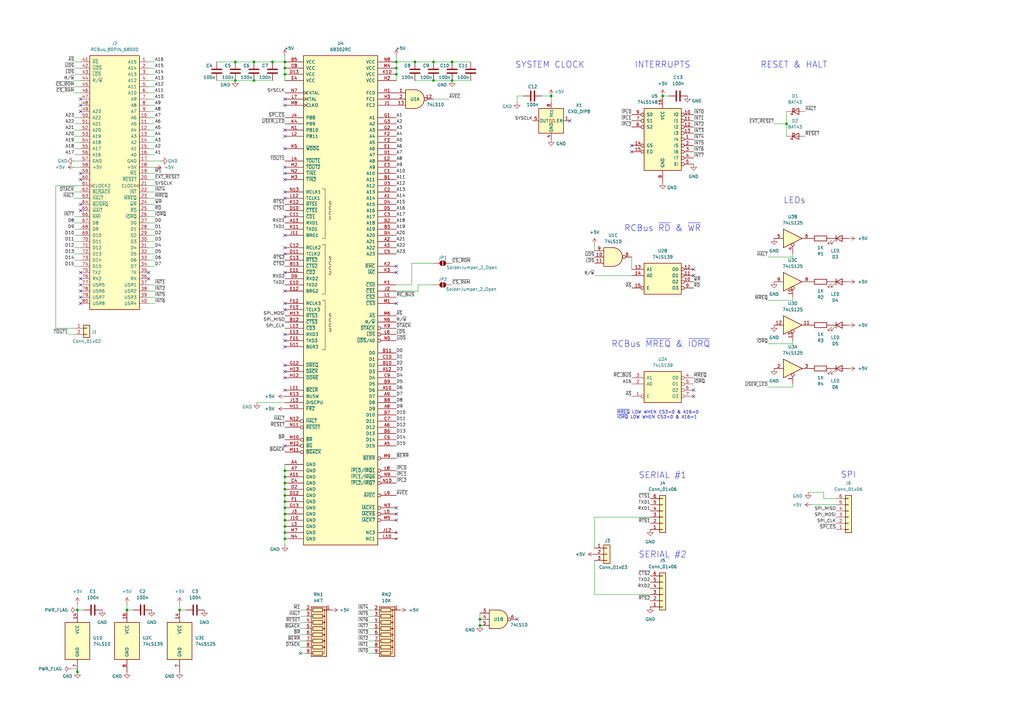
<source format=kicad_sch>
(kicad_sch (version 20250114) (generator "eeschema") (generator_version "9.0")
  (paper "A3")
  (title_block (title "RCBus (80-pin) MC68302 Processor Card") (date "2024-11-18") (rev "0.a"))
  (text "SYSTEM CLOCK" (at 225.552 26.67 0) (effects (font (size 2.54 2.54))))
  (text "SERIAL #2" (at 271.78 227.584 0) (effects (font (size 2.54 2.54))))
  (text "SPI" (at 347.98 194.818 0) (effects (font (size 2.54 2.54))))
  (text "SERIAL #1" (at 271.78 195.072 0) (effects (font (size 2.54 2.54))))
  (text "LEDs" (at 325.882 82.296 0) (effects (font (size 2.54 2.54))))
  (text "INTERRUPTS" (at 271.78 26.67 0) (effects (font (size 2.54 2.54))))
  (text "RCBus ~{MREQ} & ~{IORQ}" (at 271.018 141.224 0) (effects (font (size 2.54 2.54))))
  (text "~{MREQ} LOW WHEN CS3=0 & A16=0\n~{IORQ} LOW WHEN CS3=0 & A16=1" (at 252.984 170.18 0) (effects (font (size 1.27 1.27)) (justify left)))
  (text "RCBus ~{RD} & ~{WR}" (at 271.78 93.726 0) (effects (font (size 2.54 2.54))))
  (text "RESET & HALT" (at 325.628 26.67 0) (effects (font (size 2.54 2.54))))
  (junction (at 116.84 208.28))
  (junction (at 96.52 25.4))
  (junction (at 111.76 25.4))
  (junction (at 31.75 275.59))
  (junction (at 116.84 27.94))
  (junction (at 170.18 25.4))
  (junction (at 116.84 195.58))
  (junction (at 116.84 30.48))
  (junction (at 116.84 205.74))
  (junction (at 116.84 25.4))
  (junction (at 196.85 256.54))
  (junction (at 196.85 254))
  (junction (at 162.56 25.4))
  (junction (at 116.84 215.9))
  (junction (at 185.42 25.4))
  (junction (at 116.84 198.12))
  (junction (at 116.84 203.2))
  (junction (at 177.8 25.4))
  (junction (at 185.42 33.02))
  (junction (at 73.66 250.19))
  (junction (at 116.84 213.36))
  (junction (at 104.14 25.4))
  (junction (at 162.56 27.94))
  (junction (at 52.07 250.19))
  (junction (at 104.14 33.02))
  (junction (at 116.84 193.04))
  (junction (at 116.84 220.98))
  (junction (at 31.75 250.19))
  (junction (at 116.84 218.44))
  (junction (at 177.8 33.02))
  (junction (at 271.78 39.37))
  (junction (at 116.84 210.82))
  (junction (at 116.84 200.66))
  (junction (at 96.52 33.02))
  (junction (at 226.06 39.37))
  (junction (at 162.56 30.48))
  (junction (at 322.58 50.8))
  (no_connect (at 162.56 208.28))
  (no_connect (at 116.84 55.88))
  (no_connect (at 259.08 62.23))
  (no_connect (at 116.84 88.9))
  (no_connect (at 116.84 152.4))
  (no_connect (at 116.84 111.76))
  (no_connect (at 116.84 124.46))
  (no_connect (at 284.48 162.56))
  (no_connect (at 116.84 78.74))
  (no_connect (at 60.96 111.76))
  (no_connect (at 233.68 49.53))
  (no_connect (at 284.48 110.49))
  (no_connect (at 162.56 124.46))
  (no_connect (at 116.84 182.88))
  (no_connect (at 116.84 73.66))
  (no_connect (at 116.84 96.52))
  (no_connect (at 116.84 139.7))
  (no_connect (at 259.08 59.69))
  (no_connect (at 212.09 254))
  (no_connect (at 116.84 101.6))
  (no_connect (at 116.84 71.12))
  (no_connect (at 60.96 114.3))
  (no_connect (at 116.84 142.24))
  (no_connect (at 33.02 114.3))
  (no_connect (at 33.02 73.66))
  (no_connect (at 116.84 53.34))
  (no_connect (at 33.02 40.64))
  (no_connect (at 116.84 68.58))
  (no_connect (at 33.02 124.46))
  (no_connect (at 123.19 267.97))
  (no_connect (at 33.02 43.18))
  (no_connect (at 116.84 40.64))
  (no_connect (at 284.48 113.03))
  (no_connect (at 33.02 116.84))
  (no_connect (at 33.02 121.92))
  (no_connect (at 116.84 81.28))
  (no_connect (at 33.02 71.12))
  (no_connect (at 33.02 83.82))
  (no_connect (at 116.84 149.86))
  (no_connect (at 162.56 109.22))
  (no_connect (at 116.84 60.96))
  (no_connect (at 116.84 154.94))
  (no_connect (at 162.56 210.82))
  (no_connect (at 284.48 160.02))
  (no_connect (at 33.02 86.36))
  (no_connect (at 33.02 111.76))
  (no_connect (at 116.84 160.02))
  (no_connect (at 162.56 213.36))
  (no_connect (at 162.56 111.76))
  (no_connect (at 116.84 127))
  (no_connect (at 33.02 119.38))
  (no_connect (at 116.84 43.18))
  (no_connect (at 116.84 119.38))
  (no_connect (at 116.84 137.16))
  (no_connect (at 33.02 45.72))
  (no_connect (at 116.84 104.14))
  (wire (pts (xy 162.56 116.84) (xy 168.91 116.84)))
  (wire (pts (xy 63.5 38.1) (xy 60.96 38.1)))
  (wire (pts (xy 63.5 27.94) (xy 60.96 27.94)))
  (wire (pts (xy 116.84 198.12) (xy 116.84 200.66)))
  (wire (pts (xy 63.5 96.52) (xy 60.96 96.52)))
  (wire (pts (xy 116.84 195.58) (xy 116.84 198.12)))
  (wire (pts (xy 177.8 33.02) (xy 185.42 33.02)))
  (wire (pts (xy 63.5 55.88) (xy 60.96 55.88)))
  (wire (pts (xy 31.75 247.65) (xy 31.75 250.19)))
  (wire (pts (xy 30.48 38.1) (xy 33.02 38.1)))
  (wire (pts (xy 30.48 60.96) (xy 33.02 60.96)))
  (wire (pts (xy 116.84 25.4) (xy 116.84 27.94)))
  (wire (pts (xy 162.56 119.38) (xy 171.45 119.38)))
  (wire (pts (xy 30.48 66.04) (xy 33.02 66.04)))
  (wire (pts (xy 123.19 252.73) (xy 125.73 252.73)))
  (wire (pts (xy 325.12 139.7) (xy 325.12 140.97)))
  (wire (pts (xy 88.9 33.02) (xy 96.52 33.02)))
  (wire (pts (xy 27.94 137.16) (xy 30.48 137.16)))
  (wire (pts (xy 30.48 33.02) (xy 33.02 33.02)))
  (wire (pts (xy 63.5 63.5) (xy 60.96 63.5)))
  (wire (pts (xy 63.5 104.14) (xy 60.96 104.14)))
  (wire (pts (xy 271.78 39.37) (xy 274.32 39.37)))
  (wire (pts (xy 325.12 121.92) (xy 325.12 123.19)))
  (wire (pts (xy 116.84 193.04) (xy 116.84 195.58)))
  (wire (pts (xy 123.19 255.27) (xy 125.73 255.27)))
  (wire (pts (xy 30.48 30.48) (xy 33.02 30.48)))
  (wire (pts (xy 212.09 39.37) (xy 212.09 41.91)))
  (wire (pts (xy 52.07 247.65) (xy 52.07 250.19)))
  (wire (pts (xy 111.76 25.4) (xy 116.84 25.4)))
  (wire (pts (xy 322.58 50.8) (xy 317.5 50.8)))
  (wire (pts (xy 30.48 93.98) (xy 33.02 93.98)))
  (wire (pts (xy 63.5 116.84) (xy 60.96 116.84)))
  (wire (pts (xy 243.84 100.33) (xy 243.84 102.87)))
  (wire (pts (xy 30.48 53.34) (xy 33.02 53.34)))
  (wire (pts (xy 63.5 91.44) (xy 60.96 91.44)))
  (wire (pts (xy 63.5 53.34) (xy 60.96 53.34)))
  (wire (pts (xy 63.5 30.48) (xy 60.96 30.48)))
  (wire (pts (xy 30.48 96.52) (xy 33.02 96.52)))
  (wire (pts (xy 31.75 250.19) (xy 34.29 250.19)))
  (wire (pts (xy 30.48 88.9) (xy 33.02 88.9)))
  (wire (pts (xy 314.96 140.97) (xy 325.12 140.97)))
  (wire (pts (xy 325.12 158.75) (xy 314.96 158.75)))
  (wire (pts (xy 123.19 265.43) (xy 125.73 265.43)))
  (wire (pts (xy 73.66 250.19) (xy 76.2 250.19)))
  (wire (pts (xy 29.21 274.32) (xy 31.75 274.32)))
  (wire (pts (xy 243.84 212.09) (xy 266.7 212.09)))
  (wire (pts (xy 60.96 68.58) (xy 63.5 68.58)))
  (wire (pts (xy 171.45 116.84) (xy 177.8 116.84)))
  (wire (pts (xy 116.84 190.5) (xy 116.84 193.04)))
  (wire (pts (xy 63.5 78.74) (xy 60.96 78.74)))
  (wire (pts (xy 214.63 39.37) (xy 212.09 39.37)))
  (wire (pts (xy 153.67 267.97) (xy 151.13 267.97)))
  (wire (pts (xy 116.84 218.44) (xy 116.84 220.98)))
  (wire (pts (xy 116.84 215.9) (xy 116.84 218.44)))
  (wire (pts (xy 325.12 104.14) (xy 325.12 105.41)))
  (wire (pts (xy 31.75 274.32) (xy 31.75 275.59)))
  (wire (pts (xy 243.84 212.09) (xy 243.84 224.79)))
  (wire (pts (xy 88.9 25.4) (xy 96.52 25.4)))
  (wire (pts (xy 331.47 201.93) (xy 337.82 201.93)))
  (wire (pts (xy 243.84 243.84) (xy 266.7 243.84)))
  (wire (pts (xy 63.5 25.4) (xy 60.96 25.4)))
  (wire (pts (xy 337.82 204.47) (xy 342.9 204.47)))
  (wire (pts (xy 63.5 124.46) (xy 60.96 124.46)))
  (wire (pts (xy 30.48 106.68) (xy 33.02 106.68)))
  (wire (pts (xy 63.5 60.96) (xy 60.96 60.96)))
  (wire (pts (xy 30.48 25.4) (xy 33.02 25.4)))
  (wire (pts (xy 63.5 121.92) (xy 60.96 121.92)))
  (wire (pts (xy 63.5 45.72) (xy 60.96 45.72)))
  (wire (pts (xy 63.5 76.2) (xy 60.96 76.2)))
  (wire (pts (xy 105.41 165.1) (xy 116.84 165.1)))
  (wire (pts (xy 30.48 55.88) (xy 33.02 55.88)))
  (wire (pts (xy 30.48 35.56) (xy 33.02 35.56)))
  (wire (pts (xy 153.67 265.43) (xy 151.13 265.43)))
  (wire (pts (xy 168.91 107.95) (xy 177.8 107.95)))
  (wire (pts (xy 168.91 116.84) (xy 168.91 107.95)))
  (wire (pts (xy 63.5 50.8) (xy 60.96 50.8)))
  (wire (pts (xy 30.48 50.8) (xy 33.02 50.8)))
  (wire (pts (xy 162.56 27.94) (xy 162.56 25.4)))
  (wire (pts (xy 170.18 33.02) (xy 177.8 33.02)))
  (wire (pts (xy 153.67 260.35) (xy 151.13 260.35)))
  (wire (pts (xy 226.06 39.37) (xy 226.06 41.91)))
  (wire (pts (xy 30.48 109.22) (xy 33.02 109.22)))
  (wire (pts (xy 73.66 247.65) (xy 73.66 250.19)))
  (wire (pts (xy 185.42 33.02) (xy 193.04 33.02)))
  (wire (pts (xy 325.12 157.48) (xy 325.12 158.75)))
  (wire (pts (xy 63.5 48.26) (xy 60.96 48.26)))
  (wire (pts (xy 60.96 71.12) (xy 63.5 71.12)))
  (wire (pts (xy 116.84 213.36) (xy 116.84 215.9)))
  (wire (pts (xy 243.84 243.84) (xy 243.84 229.87)))
  (wire (pts (xy 153.67 252.73) (xy 151.13 252.73)))
  (wire (pts (xy 63.5 81.28) (xy 60.96 81.28)))
  (wire (pts (xy 162.56 33.02) (xy 162.56 30.48)))
  (wire (pts (xy 196.85 251.46) (xy 196.85 254)))
  (wire (pts (xy 63.5 73.66) (xy 60.96 73.66)))
  (wire (pts (xy 153.67 250.19) (xy 151.13 250.19)))
  (wire (pts (xy 322.58 50.8) (xy 322.58 55.88)))
  (wire (pts (xy 63.5 58.42) (xy 60.96 58.42)))
  (wire (pts (xy 196.85 254) (xy 196.85 256.54)))
  (wire (pts (xy 123.19 262.89) (xy 125.73 262.89)))
  (wire (pts (xy 162.56 22.86) (xy 162.56 25.4)))
  (wire (pts (xy 162.56 25.4) (xy 170.18 25.4)))
  (wire (pts (xy 123.19 260.35) (xy 125.73 260.35)))
  (wire (pts (xy 22.86 134.62) (xy 30.48 134.62)))
  (wire (pts (xy 116.84 205.74) (xy 116.84 208.28)))
  (wire (pts (xy 162.56 30.48) (xy 162.56 27.94)))
  (wire (pts (xy 123.19 267.97) (xy 125.73 267.97)))
  (wire (pts (xy 30.48 48.26) (xy 33.02 48.26)))
  (wire (pts (xy 116.84 203.2) (xy 116.84 205.74)))
  (wire (pts (xy 322.58 45.72) (xy 322.58 50.8)))
  (wire (pts (xy 63.5 86.36) (xy 60.96 86.36)))
  (wire (pts (xy 332.74 207.01) (xy 342.9 207.01)))
  (wire (pts (xy 30.48 81.28) (xy 33.02 81.28)))
  (wire (pts (xy 153.67 262.89) (xy 151.13 262.89)))
  (wire (pts (xy 30.48 63.5) (xy 33.02 63.5)))
  (wire (pts (xy 116.84 220.98) (xy 116.84 223.52)))
  (wire (pts (xy 116.84 27.94) (xy 116.84 30.48)))
  (wire (pts (xy 63.5 106.68) (xy 60.96 106.68)))
  (wire (pts (xy 30.48 78.74) (xy 33.02 78.74)))
  (wire (pts (xy 116.84 210.82) (xy 116.84 213.36)))
  (wire (pts (xy 63.5 119.38) (xy 60.96 119.38)))
  (wire (pts (xy 116.84 208.28) (xy 116.84 210.82)))
  (wire (pts (xy 314.96 105.41) (xy 325.12 105.41)))
  (wire (pts (xy 30.48 58.42) (xy 33.02 58.42)))
  (wire (pts (xy 30.48 104.14) (xy 33.02 104.14)))
  (wire (pts (xy 116.84 22.86) (xy 116.84 25.4)))
  (wire (pts (xy 337.82 201.93) (xy 337.82 204.47)))
  (wire (pts (xy 243.84 113.03) (xy 259.08 113.03)))
  (wire (pts (xy 123.19 257.81) (xy 125.73 257.81)))
  (wire (pts (xy 63.5 35.56) (xy 60.96 35.56)))
  (wire (pts (xy 96.52 25.4) (xy 104.14 25.4)))
  (wire (pts (xy 104.14 25.4) (xy 111.76 25.4)))
  (wire (pts (xy 30.48 68.58) (xy 33.02 68.58)))
  (wire (pts (xy 222.25 39.37) (xy 226.06 39.37)))
  (wire (pts (xy 33.02 76.2) (xy 22.86 76.2)))
  (wire (pts (xy 63.5 109.22) (xy 60.96 109.22)))
  (wire (pts (xy 30.48 27.94) (xy 33.02 27.94)))
  (wire (pts (xy 63.5 93.98) (xy 60.96 93.98)))
  (wire (pts (xy 63.5 43.18) (xy 60.96 43.18)))
  (wire (pts (xy 170.18 25.4) (xy 177.8 25.4)))
  (wire (pts (xy 63.5 40.64) (xy 60.96 40.64)))
  (wire (pts (xy 116.84 30.48) (xy 116.84 33.02)))
  (wire (pts (xy 63.5 88.9) (xy 60.96 88.9)))
  (wire (pts (xy 63.5 83.82) (xy 60.96 83.82)))
  (wire (pts (xy 52.07 250.19) (xy 54.61 250.19)))
  (wire (pts (xy 171.45 119.38) (xy 171.45 116.84)))
  (wire (pts (xy 60.96 66.04) (xy 66.04 66.04)))
  (wire (pts (xy 63.5 101.6) (xy 60.96 101.6)))
  (wire (pts (xy 96.52 33.02) (xy 104.14 33.02)))
  (wire (pts (xy 184.15 40.64) (xy 177.8 40.64)))
  (wire (pts (xy 63.5 99.06) (xy 60.96 99.06)))
  (wire (pts (xy 177.8 25.4) (xy 185.42 25.4)))
  (wire (pts (xy 153.67 255.27) (xy 151.13 255.27)))
  (wire (pts (xy 116.84 200.66) (xy 116.84 203.2)))
  (wire (pts (xy 22.86 76.2) (xy 22.86 134.62)))
  (wire (pts (xy 314.96 123.19) (xy 325.12 123.19)))
  (wire (pts (xy 63.5 33.02) (xy 60.96 33.02)))
  (wire (pts (xy 259.08 105.41) (xy 259.08 110.49)))
  (wire (pts (xy 30.48 101.6) (xy 33.02 101.6)))
  (wire (pts (xy 104.14 33.02) (xy 111.76 33.02)))
  (wire (pts (xy 153.67 257.81) (xy 151.13 257.81)))
  (wire (pts (xy 123.19 250.19) (xy 125.73 250.19)))
  (wire (pts (xy 30.48 91.44) (xy 33.02 91.44)))
  (wire (pts (xy 30.48 99.06) (xy 33.02 99.06)))
  (wire (pts (xy 185.42 25.4) (xy 193.04 25.4)))
  (label "~{TOUT1}" (at 27.94 137.16 180))
  (label "D12" (at 30.48 101.6 180))
  (label "~{UDS}" (at 30.48 27.94 180))
  (label "D10" (at 162.56 170.18 0))
  (label "A22" (at 162.56 101.6 0))
  (label "~{RESET}" (at 116.84 175.26 180))
  (label "SPI_MOSI" (at 342.9 212.09 180))
  (label "TXD1" (at 266.7 207.01 180))
  (label "~{INT5}" (at 63.5 121.92 0))
  (label "D6" (at 63.5 106.68 0))
  (label "A1" (at 63.5 63.5 0))
  (label "~{INT3}" (at 284.48 54.61 0))
  (label "D11" (at 162.56 172.72 0))
  (label "~{INT6}" (at 63.5 124.46 0))
  (label "D7" (at 63.5 109.22 0))
  (label "D5" (at 63.5 104.14 0))
  (label "RXD2" (at 266.7 241.3 180))
  (label "~{WR}" (at 63.5 83.82 0))
  (label "D5" (at 162.56 157.48 0))
  (label "~{INT0}" (at 284.48 46.99 0))
  (label "TXD2" (at 266.7 238.76 180))
  (label "~{INT5}" (at 151.13 252.73 180))
  (label "A15" (at 63.5 27.94 0))
  (label "D4" (at 63.5 101.6 0))
  (label "RXD1" (at 266.7 209.55 180))
  (label "A13" (at 63.5 33.02 0))
  (label "~{INT4}" (at 284.48 57.15 0))
  (label "A4" (at 162.56 55.88 0))
  (label "A16" (at 259.08 157.48 180))
  (label "D0" (at 162.56 144.78 0))
  (label "SYSCLK" (at 63.5 76.2 0))
  (label "~{INT2}" (at 284.48 52.07 0))
  (label "A18" (at 162.56 91.44 0))
  (label "A3" (at 63.5 58.42 0))
  (label "~{DTACK}" (at 162.56 134.62 0))
  (label "~{IORQ}" (at 63.5 88.9 0))
  (label "A9" (at 63.5 43.18 0))
  (label "D13" (at 162.56 177.8 0))
  (label "A22" (at 30.48 50.8 180))
  (label "R{slash}~{W}" (at 30.48 33.02 180))
  (label "~{MREQ}" (at 284.48 154.94 0))
  (label "~{BR}" (at 123.19 260.35 180))
  (label "A16" (at 162.56 86.36 0))
  (label "~{AS}" (at 259.08 162.56 180))
  (label "A6" (at 162.56 60.96 0))
  (label "A17" (at 162.56 88.9 0))
  (label "D4" (at 162.56 154.94 0))
  (label "A14" (at 63.5 30.48 0))
  (label "A5" (at 162.56 58.42 0))
  (label "A11" (at 63.5 38.1 0))
  (label "~{MREQ}" (at 314.96 123.19 180))
  (label "A14" (at 162.56 81.28 0))
  (label "~{SPI_CS}" (at 342.9 217.17 180))
  (label "A12" (at 162.56 76.2 0))
  (label "~{INT7}" (at 30.48 88.9 180))
  (label "D9" (at 30.48 93.98 180))
  (label "A12" (at 63.5 35.56 0))
  (label "~{INT3}" (at 151.13 260.35 180))
  (label "~{INT6}" (at 284.48 62.23 0))
  (label "SPI_MISO" (at 342.9 209.55 180))
  (label "A11" (at 162.56 73.66 0))
  (label "SPI_MOSI" (at 116.84 129.54 180))
  (label "RXD1" (at 116.84 91.44 180))
  (label "~{LDS}" (at 162.56 137.16 0))
  (label "D10" (at 30.48 96.52 180))
  (label "~{INT1}" (at 63.5 116.84 0))
  (label "A20" (at 30.48 55.88 180))
  (label "D7" (at 162.56 162.56 0))
  (label "~{TOUT1}" (at 116.84 66.04 180))
  (label "TXD2" (at 116.84 116.84 180))
  (label "~{MREQ}" (at 63.5 81.28 0))
  (label "A1" (at 162.56 48.26 0))
  (label "~{IPL1}" (at 259.08 49.53 180))
  (label "A8" (at 63.5 45.72 0))
  (label "TXD1" (at 116.84 93.98 180))
  (label "D2" (at 162.56 149.86 0))
  (label "~{EXT_RESET}" (at 317.5 50.8 180))
  (label "R{slash}~{W}" (at 243.84 113.03 180))
  (label "~{WR}" (at 284.48 115.57 0))
  (label "~{RD}" (at 284.48 118.11 0))
  (label "A16" (at 63.5 25.4 0))
  (label "~{INT2}" (at 63.5 119.38 0))
  (label "~{SPI_CS}" (at 116.84 48.26 180))
  (label "~{UDS}" (at 162.56 139.7 0))
  (label "A2" (at 63.5 60.96 0))
  (label "~{LDS}" (at 243.84 107.95 180))
  (label "A9" (at 162.56 68.58 0))
  (label "A10" (at 162.56 71.12 0))
  (label "~{BGACK}" (at 123.19 257.81 180))
  (label "A21" (at 162.56 99.06 0))
  (label "~{IPL0}" (at 162.56 193.04 0))
  (label "A6" (at 63.5 50.8 0))
  (label "~{RTS2}" (at 116.84 106.68 180))
  (label "~{RD}" (at 63.5 86.36 0))
  (label "~{CS_ROM}" (at 185.42 107.95 0))
  (label "D14" (at 30.48 106.68 180))
  (label "~{BERR}" (at 162.56 187.96 0))
  (label "~{CTS2}" (at 116.84 109.22 180))
  (label "~{CTS2}" (at 266.7 236.22 180))
  (label "~{UDS}" (at 243.84 105.41 180))
  (label "D6" (at 162.56 160.02 0))
  (label "~{RESET}" (at 330.2 55.88 0))
  (label "A15" (at 162.56 83.82 0))
  (label "~{HALT}" (at 314.96 105.41 180))
  (label "~{BERR}" (at 123.19 262.89 180))
  (label "A17" (at 30.48 63.5 180))
  (label "D15" (at 162.56 182.88 0))
  (label "~{HALT}" (at 116.84 172.72 180))
  (label "~{RC_BUS}" (at 162.56 121.92 0))
  (label "~{AVEC}" (at 184.15 40.64 0))
  (label "~{HALT}" (at 30.48 81.28 180))
  (label "~{BR}" (at 116.84 180.34 180))
  (label "D9" (at 162.56 167.64 0))
  (label "~{CS_ROM}" (at 30.48 35.56 180))
  (label "~{RTS1}" (at 116.84 83.82 180))
  (label "~{AS}" (at 30.48 25.4 180))
  (label "~{EXT_RESET}" (at 63.5 73.66 0))
  (label "A13" (at 162.56 78.74 0))
  (label "~{INT1}" (at 151.13 265.43 180))
  (label "D11" (at 30.48 99.06 180))
  (label "~{CTS1}" (at 116.84 86.36 180))
  (label "~{INT1}" (at 284.48 49.53 0))
  (label "~{LDS}" (at 30.48 30.48 180))
  (label "~{INT7}" (at 284.48 64.77 0))
  (label "D0" (at 63.5 91.44 0))
  (label "~{RC_BUS}" (at 259.08 154.94 180))
  (label "~{IORQ}" (at 284.48 157.48 0))
  (label "~{IPL1}" (at 162.56 195.58 0))
  (label "SYSCLK" (at 218.44 49.53 180))
  (label "~{INT4}" (at 63.5 78.74 0))
  (label "~{DTACK}" (at 123.19 265.43 180))
  (label "A7" (at 63.5 48.26 0))
  (label "A3" (at 162.56 53.34 0))
  (label "~{RESET}" (at 123.19 255.27 180))
  (label "RXD2" (at 116.84 114.3 180))
  (label "~{CS_RAM}" (at 30.48 38.1 180))
  (label "A19" (at 30.48 58.42 180))
  (label "~{INT5}" (at 284.48 59.69 0))
  (label "SYSCLK" (at 116.84 38.1 180))
  (label "~{AVEC}" (at 162.56 203.2 0))
  (label "D12" (at 162.56 175.26 0))
  (label "A19" (at 162.56 93.98 0))
  (label "~{M1}" (at 63.5 71.12 0))
  (label "~{INT2}" (at 151.13 262.89 180))
  (label "A23" (at 162.56 104.14 0))
  (label "~{INT6}" (at 151.13 255.27 180))
  (label "A5" (at 63.5 53.34 0))
  (label "~{HALT}" (at 123.19 252.73 180))
  (label "~{AS}" (at 162.56 129.54 0))
  (label "A2" (at 162.56 50.8 0))
  (label "~{HALT}" (at 330.2 45.72 0))
  (label "~{CS_RAM}" (at 185.42 116.84 0))
  (label "~{IPL2}" (at 259.08 52.07 180))
  (label "SPI_CLK" (at 342.9 214.63 180))
  (label "~{M1}" (at 123.19 250.19 180))
  (label "D8" (at 162.56 165.1 0))
  (label "~{RTS2}" (at 266.7 246.38 180))
  (label "~{IPL0}" (at 259.08 46.99 180))
  (label "~{DTACK}" (at 30.48 78.74 180))
  (label "~{BGACK}" (at 116.84 185.42 180))
  (label "D14" (at 162.56 180.34 0))
  (label "A21" (at 30.48 53.34 180))
  (label "~{CTS1}" (at 266.7 204.47 180))
  (label "D3" (at 63.5 99.06 0))
  (label "~{AS}" (at 259.08 118.11 180))
  (label "~{INT4}" (at 151.13 250.19 180))
  (label "R{slash}~{W}" (at 162.56 132.08 0))
  (label "A7" (at 162.56 63.5 0))
  (label "D3" (at 162.56 152.4 0))
  (label "D8" (at 30.48 91.44 180))
  (label "A4" (at 63.5 55.88 0))
  (label "D1" (at 162.56 147.32 0))
  (label "~{IPL2}" (at 162.56 198.12 0))
  (label "~{INT7}" (at 151.13 257.81 180))
  (label "A8" (at 162.56 66.04 0))
  (label "A18" (at 30.48 60.96 180))
  (label "~{RTS1}" (at 266.7 214.63 180))
  (label "D1" (at 63.5 93.98 0))
  (label "D13" (at 30.48 104.14 180))
  (label "~{INT0}" (at 151.13 267.97 180))
  (label "~{USER_LED}" (at 314.96 158.75 180))
  (label "~{USER_LED}" (at 116.84 50.8 180))
  (label "SPI_MISO" (at 116.84 132.08 180))
  (label "D15" (at 30.48 109.22 180))
  (label "A23" (at 30.48 48.26 180))
  (label "A10" (at 63.5 40.64 0))
  (label "~{IORQ}" (at 314.96 140.97 180))
  (label "SPI_CLK" (at 116.84 134.62 180))
  (label "A20" (at 162.56 96.52 0))
  (label "D2" (at 63.5 96.52 0))
  (symbol (lib_id "power:GND") (at 41.91 250.19 0) (unit 1)
    (property "Reference" "#PWR05" (effects (hide yes)))
    (property "Value" "GND" (at 41.91 255.27 0))
    (property "Description" "Power symbol creates a global label with name \"GND\" , ground" (effects (hide yes)))
  )
  (symbol (lib_id "power:GND") (at 317.5 151.13 0) (mirror y) (unit 1)
    (property "Reference" "#PWR039" (effects (hide yes)))
    (property "Value" "GND" (at 317.5 156.21 0))
    (property "Description" "Power symbol creates a global label with name \"GND\" , ground" (effects (hide yes)))
  )
  (symbol (lib_id "power:+5V") (at 347.98 133.35 270) (unit 1)
    (property "Reference" "#PWR044" (effects (hide yes)))
    (property "Value" "+5V" (at 351.79 133.3499 90) (effects (justify left)))
    (property "Description" "Power symbol creates a global label with name \"+5V\"" (effects (hide yes)))
  )
  (symbol (lib_id "power:PWR_FLAG") (at 29.21 274.32 90) (unit 1)
    (property "Reference" "#FLG01" (effects (hide yes)))
    (property "Value" "PWR_FLAG" (at 25.4 274.3199 90) (effects (justify left)))
    (property "Description" "Special symbol for telling ERC where power comes from" (effects (hide yes)))
  )
  (symbol (lib_id "power:PWR_FLAG") (at 31.75 250.19 90) (unit 1)
    (property "Reference" "#FLG02" (effects (hide yes)))
    (property "Value" "PWR_FLAG" (at 27.94 250.1899 90) (effects (justify left)))
    (property "Description" "Special symbol for telling ERC where power comes from" (effects (hide yes)))
  )
  (symbol (lib_id "power:GND") (at 52.07 275.59 0) (unit 1)
    (property "Reference" "#PWR07" (effects (hide yes)))
    (property "Value" "GND" (at 48.006 277.368 0))
    (property "Description" "Power symbol creates a global label with name \"GND\" , ground" (effects (hide yes)))
  )
  (symbol (lib_id "power:GND") (at 30.48 66.04 270) (unit 1)
    (property "Reference" "#PWR01" (effects (hide yes)))
    (property "Value" "GND" (at 25.654 66.04 90))
    (property "Description" "Power symbol creates a global label with name \"GND\" , ground" (effects (hide yes)))
  )
  (symbol (lib_id "power:+5V") (at 73.66 247.65 0) (unit 1)
    (property "Reference" "#PWR011" (effects (hide yes)))
    (property "Value" "+5V" (at 73.66 242.57 0))
    (property "Description" "Power symbol creates a global label with name \"+5V\"" (effects (hide yes)))
  )
  (symbol (lib_id "74xx:74LS139") (at 271.78 157.48 0) (unit 1)
    (property "Reference" "U2" (at 271.78 147.32 0))
    (property "Value" "74LS139" (at 271.78 149.86 0))
    (property "Footprint" "MyLibrary2023:DIP-16_W7.62mm_Socket" (effects (hide yes)))
    (property "Datasheet" "http://www.ti.com/lit/ds/symlink/sn74ls139a.pdf" (effects (hide yes)))
    (property "Description" "Dual Decoder 1 of 4, Active low outputs" (effects (hide yes)))
  )
  (symbol (lib_id "Device:LED") (at 344.17 97.79 0) (unit 1)
    (property "Reference" "D3" (at 342.5825 105.41 0))
    (property "Value" "LED" (at 342.5825 102.87 0))
    (property "Footprint" "LED_THT:LED_D3.0mm" (effects (hide yes)))
    (property "Description" "Light emitting diode" (effects (hide yes)))
    (property "Sim.Pins" "1=K 2=A" (effects (hide yes)))
  )
  (symbol (lib_id "Device:R") (at 336.55 97.79 270) (unit 1)
    (property "Reference" "R1" (at 336.55 104.14 90))
    (property "Value" "1K" (at 336.55 101.6 90))
    (property "Footprint" "Resistor_THT:R_Axial_DIN0207_L6.3mm_D2.5mm_P7.62mm_Horizontal" (effects (hide yes)))
    (property "Description" "Resistor" (effects (hide yes)))
  )
  (symbol (lib_id "power:GND") (at 266.7 217.17 0) (mirror y) (unit 1)
    (property "Reference" "#PWR030" (effects (hide yes)))
    (property "Value" "GND" (at 266.7 222.25 0))
    (property "Description" "Power symbol creates a global label with name \"GND\" , ground" (effects (hide yes)))
  )
  (symbol (lib_id "Device:C") (at 177.8 29.21 180) (unit 1)
    (property "Reference" "C9" (at 174.752 26.924 0))
    (property "Value" "100n" (at 174.752 31.75 0))
    (property "Footprint" "Capacitor_THT:C_Disc_D5.0mm_W2.5mm_P2.50mm" (effects (hide yes)))
    (property "Description" "Unpolarized capacitor" (effects (hide yes)))
  )
  (symbol (lib_id "74xx:74LS10") (at 31.75 262.89 0) (unit 4)
    (property "Reference" "U1" (at 38.1 261.6199 0) (effects (justify left)))
    (property "Value" "74LS10" (at 38.1 264.1599 0) (effects (justify left)))
    (property "Footprint" "MyLibrary2023:DIP-14_W7.62mm_Socket" (effects (hide yes)))
    (property "Datasheet" "http://www.ti.com/lit/gpn/sn74LS10" (effects (hide yes)))
    (property "Description" "Triple 3-input NAND" (effects (hide yes)))
  )
  (symbol (lib_id "Diode:BAT43") (at 326.39 45.72 0) (mirror x) (unit 1)
    (property "Reference" "D1" (at 326.0725 39.37 0))
    (property "Value" "BAT43" (at 326.0725 41.91 0))
    (property "Footprint" "Diode_THT:D_DO-35_SOD27_P7.62mm_Horizontal" (effects (hide yes)))
    (property "Datasheet" "http://www.vishay.com/docs/85660/bat42.pdf" (effects (hide yes)))
    (property "Description" "30V 0.2A Small Signal Schottky Diode, DO-35" (effects (hide yes)))
  )
  (symbol (lib_id "power:GND") (at 185.42 33.02 0) (unit 1)
    (property "Reference" "#PWR023" (effects (hide yes)))
    (property "Value" "GND" (at 181.356 34.798 0))
    (property "Description" "Power symbol creates a global label with name \"GND\" , ground" (effects (hide yes)))
  )
  (symbol (lib_id "Device:R") (at 336.55 151.13 270) (unit 1)
    (property "Reference" "R4" (at 336.55 157.48 90))
    (property "Value" "1K" (at 336.55 154.94 90))
    (property "Footprint" "Resistor_THT:R_Axial_DIN0207_L6.3mm_D2.5mm_P7.62mm_Horizontal" (effects (hide yes)))
    (property "Description" "Resistor" (effects (hide yes)))
  )
  (symbol (lib_id "power:GND") (at 31.75 275.59 0) (unit 1)
    (property "Reference" "#PWR04" (effects (hide yes)))
    (property "Value" "GND" (at 27.686 277.368 0))
    (property "Description" "Power symbol creates a global label with name \"GND\" , ground" (effects (hide yes)))
  )
  (symbol (lib_id "Device:C") (at 218.44 39.37 90) (unit 1)
    (property "Reference" "C12" (at 218.44 35.56 90))
    (property "Value" "100n" (at 218.44 42.926 90))
    (property "Footprint" "Capacitor_THT:C_Disc_D5.0mm_W2.5mm_P2.50mm" (effects (hide yes)))
    (property "Description" "Unpolarized capacitor" (effects (hide yes)))
  )
  (symbol (lib_id "Connector_Generic:Conn_01x06") (at 271.78 212.09 0) (mirror x) (unit 1)
    (property "Reference" "J4" (at 271.78 198.12 0))
    (property "Value" "Conn_01x06" (at 271.78 200.66 0))
    (property "Footprint" "Connector_PinSocket_2.54mm:PinSocket_1x06_P2.54mm_Horizontal" (effects (hide yes)))
    (property "Description" "Generic connector, single row, 01x06, script generated (kicad-library-utils/schlib/autogen/connector/)" (effects (hide yes)))
  )
  (symbol (lib_id "Device:LED") (at 344.17 115.57 0) (unit 1)
    (property "Reference" "D4" (at 342.5825 123.19 0))
    (property "Value" "LED" (at 342.5825 120.65 0))
    (property "Footprint" "LED_THT:LED_D3.0mm" (effects (hide yes)))
    (property "Description" "Light emitting diode" (effects (hide yes)))
    (property "Sim.Pins" "1=K 2=A" (effects (hide yes)))
  )
  (symbol (lib_id "74xx:74LS125") (at 325.12 115.57 0) (unit 3)
    (property "Reference" "U3" (at 325.12 106.68 0))
    (property "Value" "74LS125" (at 325.12 109.22 0))
    (property "Footprint" "MyLibrary2023:DIP-14_W7.62mm_Socket" (effects (hide yes)))
    (property "Datasheet" "http://www.ti.com/lit/gpn/sn74LS125" (effects (hide yes)))
    (property "Description" "Quad buffer 3-State outputs" (effects (hide yes)))
  )
  (symbol (lib_id "74xx:74LS139") (at 271.78 113.03 0) (unit 2)
    (property "Reference" "U2" (at 271.78 102.87 0))
    (property "Value" "74LS139" (at 271.78 105.41 0))
    (property "Footprint" "MyLibrary2023:DIP-16_W7.62mm_Socket" (effects (hide yes)))
    (property "Datasheet" "http://www.ti.com/lit/ds/symlink/sn74ls139a.pdf" (effects (hide yes)))
    (property "Description" "Dual Decoder 1 of 4, Active low outputs" (effects (hide yes)))
  )
  (symbol (lib_id "74xx:74LS10") (at 204.47 254 0) (unit 2)
    (property "Reference" "U1" (at 204.47 254 0))
    (property "Value" "74LS10" (at 212.852 256.286 0))
    (property "Footprint" "MyLibrary2023:DIP-14_W7.62mm_Socket" (effects (hide yes)))
    (property "Datasheet" "http://www.ti.com/lit/gpn/sn74LS10" (effects (hide yes)))
    (property "Description" "Triple 3-input NAND" (effects (hide yes)))
  )
  (symbol (lib_id "74xx:74LS10") (at 170.18 40.64 0) (unit 1)
    (property "Reference" "U1" (at 170.18 40.64 0))
    (property "Value" "74LS10" (at 178.562 42.926 0))
    (property "Footprint" "MyLibrary2023:DIP-14_W7.62mm_Socket" (effects (hide yes)))
    (property "Datasheet" "http://www.ti.com/lit/gpn/sn74LS10" (effects (hide yes)))
    (property "Description" "Triple 3-input NAND" (effects (hide yes)))
  )
  (symbol (lib_id "power:+5V") (at 116.84 167.64 90) (mirror x) (unit 1)
    (property "Reference" "#PWR018" (effects (hide yes)))
    (property "Value" "+5V" (at 112.6114 167.6399 90) (effects (justify left)))
    (property "Description" "Power symbol creates a global label with name \"+5V\"" (effects (hide yes)))
  )
  (symbol (lib_id "power:GND") (at 62.23 250.19 0) (unit 1)
    (property "Reference" "#PWR08" (effects (hide yes)))
    (property "Value" "GND" (at 62.23 255.27 0))
    (property "Description" "Power symbol creates a global label with name \"GND\" , ground" (effects (hide yes)))
  )
  (symbol (lib_id "Connector_Generic:Conn_01x03") (at 248.92 227.33 0) (unit 1)
    (property "Reference" "J3" (at 247.904 221.742 0) (effects (justify left)))
    (property "Value" "Conn_01x03" (at 245.618 232.664 0) (effects (justify left)))
    (property "Footprint" "Connector_PinHeader_2.54mm:PinHeader_1x03_P2.54mm_Vertical" (effects (hide yes)))
    (property "Description" "Generic connector, single row, 01x03, script generated (kicad-library-utils/schlib/autogen/connector/)" (effects (hide yes)))
  )
  (symbol (lib_id "Device:C") (at 96.52 29.21 180) (unit 1)
    (property "Reference" "C5" (at 93.472 26.924 0))
    (property "Value" "100n" (at 93.472 31.75 0))
    (property "Footprint" "Capacitor_THT:C_Disc_D5.0mm_W2.5mm_P2.50mm" (effects (hide yes)))
    (property "Description" "Unpolarized capacitor" (effects (hide yes)))
  )
  (symbol (lib_id "power:+5V") (at 162.56 22.86 0) (unit 1)
    (property "Reference" "#PWR021" (effects (hide yes)))
    (property "Value" "+5V" (at 164.338 19.812 0))
    (property "Description" "Power symbol creates a global label with name \"+5V\"" (effects (hide yes)))
  )
  (symbol (lib_id "power:+5V") (at 347.98 151.13 270) (unit 1)
    (property "Reference" "#PWR045" (effects (hide yes)))
    (property "Value" "+5V" (at 351.79 151.1299 90) (effects (justify left)))
    (property "Description" "Power symbol creates a global label with name \"+5V\"" (effects (hide yes)))
  )
  (symbol (lib_id "power:GND") (at 317.5 133.35 0) (mirror y) (unit 1)
    (property "Reference" "#PWR038" (effects (hide yes)))
    (property "Value" "GND" (at 317.5 138.43 0))
    (property "Description" "Power symbol creates a global label with name \"GND\" , ground" (effects (hide yes)))
  )
  (symbol (lib_id "power:+5V") (at 116.84 22.86 0) (unit 1)
    (property "Reference" "#PWR016" (effects (hide yes)))
    (property "Value" "+5V" (at 118.618 19.812 0))
    (property "Description" "Power symbol creates a global label with name \"+5V\"" (effects (hide yes)))
  )
  (symbol (lib_id "power:GND") (at 83.82 250.19 0) (unit 1)
    (property "Reference" "#PWR013" (effects (hide yes)))
    (property "Value" "GND" (at 83.82 255.27 0))
    (property "Description" "Power symbol creates a global label with name \"GND\" , ground" (effects (hide yes)))
  )
  (symbol (lib_id "74xx:74LS139") (at 52.07 262.89 0) (unit 3)
    (property "Reference" "U2" (at 58.42 261.6199 0) (effects (justify left)))
    (property "Value" "74LS139" (at 58.42 264.1599 0) (effects (justify left)))
    (property "Footprint" "MyLibrary2023:DIP-16_W7.62mm_Socket" (effects (hide yes)))
    (property "Datasheet" "http://www.ti.com/lit/ds/symlink/sn74ls139a.pdf" (effects (hide yes)))
    (property "Description" "Dual Decoder 1 of 4, Active low outputs" (effects (hide yes)))
  )
  (symbol (lib_id "Device:C") (at 278.13 39.37 90) (unit 1)
    (property "Reference" "C13" (at 278.13 31.75 90))
    (property "Value" "100n" (at 278.13 34.29 90))
    (property "Footprint" "Capacitor_THT:C_Disc_D5.0mm_W2.5mm_P2.50mm" (effects (hide yes)))
    (property "Description" "Unpolarized capacitor" (effects (hide yes)))
  )
  (symbol (lib_id "74xx:74LS125") (at 325.12 97.79 0) (unit 2)
    (property "Reference" "U3" (at 325.12 88.9 0))
    (property "Value" "74LS125" (at 325.12 91.44 0))
    (property "Footprint" "MyLibrary2023:DIP-14_W7.62mm_Socket" (effects (hide yes)))
    (property "Datasheet" "http://www.ti.com/lit/gpn/sn74LS125" (effects (hide yes)))
    (property "Description" "Quad buffer 3-State outputs" (effects (hide yes)))
  )
  (symbol (lib_id "power:+5V") (at 135.89 250.19 270) (unit 1)
    (property "Reference" "#PWR020" (effects (hide yes)))
    (property "Value" "+5V" (at 139.2245 250.1899 90) (effects (justify left)))
    (property "Description" "Power symbol creates a global label with name \"+5V\"" (effects (hide yes)))
  )
  (symbol (lib_id "Jumper:SolderJumper_2_Open") (at 181.61 116.84 0) (unit 1) (in_bom no)
    (property "Reference" "JP2" (at 181.61 114.554 0))
    (property "Value" "SolderJumper_2_Open" (at 193.294 118.618 0))
    (property "Footprint" "Jumper:SolderJumper-2_P1.3mm_Open_Pad1.0x1.5mm" (effects (hide yes)))
    (property "Description" "Solder Jumper, 2-pole, open" (effects (hide yes)))
  )
  (symbol (lib_id "Device:C") (at 111.76 29.21 180) (unit 1)
    (property "Reference" "C7" (at 108.712 26.924 0))
    (property "Value" "100n" (at 108.712 31.75 0))
    (property "Footprint" "Capacitor_THT:C_Disc_D5.0mm_W2.5mm_P2.50mm" (effects (hide yes)))
    (property "Description" "Unpolarized capacitor" (effects (hide yes)))
  )
  (symbol (lib_id "Diode:BAT43") (at 326.39 55.88 0) (mirror x) (unit 1)
    (property "Reference" "D2" (at 326.0725 49.53 0))
    (property "Value" "BAT43" (at 326.0725 52.07 0))
    (property "Footprint" "Diode_THT:D_DO-35_SOD27_P7.62mm_Horizontal" (effects (hide yes)))
    (property "Datasheet" "http://www.vishay.com/docs/85660/bat42.pdf" (effects (hide yes)))
    (property "Description" "30V 0.2A Small Signal Schottky Diode, DO-35" (effects (hide yes)))
  )
  (symbol (lib_id "74xx:74LS125") (at 73.66 262.89 0) (unit 5)
    (property "Reference" "U3" (at 80.01 261.6199 0) (effects (justify left)))
    (property "Value" "74LS125" (at 80.01 264.1599 0) (effects (justify left)))
    (property "Footprint" "MyLibrary2023:DIP-14_W7.62mm_Socket" (effects (hide yes)))
    (property "Datasheet" "http://www.ti.com/lit/gpn/sn74LS125" (effects (hide yes)))
    (property "Description" "Quad buffer 3-State outputs" (effects (hide yes)))
  )
  (symbol (lib_id "Device:C") (at 38.1 250.19 90) (unit 1)
    (property "Reference" "C1" (at 38.1 242.57 90))
    (property "Value" "100n" (at 38.1 245.11 90))
    (property "Footprint" "Capacitor_THT:C_Disc_D5.0mm_W2.5mm_P2.50mm" (effects (hide yes)))
    (property "Description" "Unpolarized capacitor" (effects (hide yes)))
  )
  (symbol (lib_id "power:GND") (at 331.47 201.93 0) (mirror y) (unit 1)
    (property "Reference" "#PWR040" (effects (hide yes)))
    (property "Value" "GND" (at 327.152 203.454 0))
    (property "Description" "Power symbol creates a global label with name \"GND\" , ground" (effects (hide yes)))
  )
  (symbol (lib_id "Device:R_Network08") (at 130.81 260.35 270) (unit 1)
    (property "Reference" "RN1" (at 130.556 243.84 90))
    (property "Value" "4K7" (at 130.556 246.38 90))
    (property "Footprint" "Resistor_THT:R_Array_SIP9" (effects (hide yes)))
    (property "Datasheet" "http://www.vishay.com/docs/31509/csc.pdf" (effects (hide yes)))
    (property "Description" "8 resistor network, star topology, bussed resistors, small symbol" (effects (hide yes)))
  )
  (symbol (lib_id "power:+5V") (at 30.48 68.58 90) (mirror x) (unit 1)
    (property "Reference" "#PWR02" (effects (hide yes)))
    (property "Value" "+5V" (at 26.67 68.5799 90) (effects (justify left)))
    (property "Description" "Power symbol creates a global label with name \"+5V\"" (effects (hide yes)))
  )
  (symbol (lib_id "74xx:74LS10") (at 251.46 105.41 0) (unit 3)
    (property "Reference" "U1" (at 251.4517 96.52 0))
    (property "Value" "74LS10" (at 251.4517 99.06 0))
    (property "Footprint" "MyLibrary2023:DIP-14_W7.62mm_Socket" (effects (hide yes)))
    (property "Datasheet" "http://www.ti.com/lit/gpn/sn74LS10" (effects (hide yes)))
    (property "Description" "Triple 3-input NAND" (effects (hide yes)))
  )
  (symbol (lib_id "power:+5V") (at 31.75 247.65 0) (unit 1)
    (property "Reference" "#PWR03" (effects (hide yes)))
    (property "Value" "+5V" (at 31.75 242.57 0))
    (property "Description" "Power symbol creates a global label with name \"+5V\"" (effects (hide yes)))
  )
  (symbol (lib_id "power:GND") (at 226.06 57.15 0) (mirror y) (unit 1)
    (property "Reference" "#PWR027" (effects (hide yes)))
    (property "Value" "GND" (at 230.124 58.928 0))
    (property "Description" "Power symbol creates a global label with name \"GND\" , ground" (effects (hide yes)))
  )
  (symbol (lib_id "Device:R") (at 336.55 133.35 270) (unit 1)
    (property "Reference" "R3" (at 336.55 139.7 90))
    (property "Value" "1K" (at 336.55 137.16 90))
    (property "Footprint" "Resistor_THT:R_Axial_DIN0207_L6.3mm_D2.5mm_P7.62mm_Horizontal" (effects (hide yes)))
    (property "Description" "Resistor" (effects (hide yes)))
  )
  (symbol (lib_id "power:GND") (at 271.78 74.93 0) (mirror y) (unit 1)
    (property "Reference" "#PWR033" (effects (hide yes)))
    (property "Value" "GND" (at 275.59 76.962 0))
    (property "Description" "Power symbol creates a global label with name \"GND\" , ground" (effects (hide yes)))
  )
  (symbol (lib_id "Device:LED") (at 344.17 151.13 0) (unit 1)
    (property "Reference" "D6" (at 342.5825 158.75 0))
    (property "Value" "LED" (at 342.5825 156.21 0))
    (property "Footprint" "LED_THT:LED_D3.0mm" (effects (hide yes)))
    (property "Description" "Light emitting diode" (effects (hide yes)))
    (property "Sim.Pins" "1=K 2=A" (effects (hide yes)))
  )
  (symbol (lib_id "power:GND") (at 281.94 39.37 0) (mirror y) (unit 1)
    (property "Reference" "#PWR034" (effects (hide yes)))
    (property "Value" "GND" (at 285.75 41.402 0))
    (property "Description" "Power symbol creates a global label with name \"GND\" , ground" (effects (hide yes)))
  )
  (symbol (lib_id "power:+5V") (at 243.84 227.33 90) (unit 1)
    (property "Reference" "#PWR028" (effects (hide yes)))
    (property "Value" "+5V" (at 240.03 227.3299 90) (effects (justify left)))
    (property "Description" "Power symbol creates a global label with name \"+5V\"" (effects (hide yes)))
  )
  (symbol (lib_id "Oscillator:CXO_DIP8") (at 226.06 49.53 0) (mirror y) (unit 1)
    (property "Reference" "X1" (at 237.49 43.2114 0))
    (property "Value" "CXO_DIP8" (at 237.49 45.7514 0))
    (property "Footprint" "Oscillator:Oscillator_DIP-8" (effects (hide yes)))
    (property "Datasheet" "http://cdn-reichelt.de/documents/datenblatt/B400/OSZI.pdf" (effects (hide yes)))
    (property "Description" "Crystal Clock Oscillator, DIP8-style metal package" (effects (hide yes)))
  )
  (symbol (lib_id "Connector_Generic:Conn_01x02") (at 35.56 134.62 0) (unit 1)
    (property "Reference" "J1" (at 38.608 136.144 0))
    (property "Value" "Conn_01x02" (at 35.56 139.954 0))
    (property "Footprint" "Connector_PinHeader_2.54mm:PinHeader_1x02_P2.54mm_Vertical" (effects (hide yes)))
    (property "Description" "Generic connector, single row, 01x02, script generated (kicad-library-utils/schlib/autogen/connector/)" (effects (hide yes)))
  )
  (symbol (lib_id "power:+5V") (at 163.83 250.19 270) (mirror x) (unit 1)
    (property "Reference" "#PWR022" (effects (hide yes)))
    (property "Value" "+5V" (at 167.64 250.19 90) (effects (justify left)))
    (property "Description" "Power symbol creates a global label with name \"+5V\"" (effects (hide yes)))
  )
  (symbol (lib_id "power:+5V") (at 332.74 207.01 90) (mirror x) (unit 1)
    (property "Reference" "#PWR041" (effects (hide yes)))
    (property "Value" "+5V" (at 328.93 207.0099 90) (effects (justify left)))
    (property "Description" "Power symbol creates a global label with name \"+5V\"" (effects (hide yes)))
  )
  (symbol (lib_id "Connector_Generic:Conn_01x06") (at 271.78 243.84 0) (mirror x) (unit 1)
    (property "Reference" "J5" (at 271.78 229.87 0))
    (property "Value" "Conn_01x06" (at 271.78 232.41 0))
    (property "Footprint" "Connector_PinSocket_2.54mm:PinSocket_1x06_P2.54mm_Horizontal" (effects (hide yes)))
    (property "Description" "Generic connector, single row, 01x06, script generated (kicad-library-utils/schlib/autogen/connector/)" (effects (hide yes)))
  )
  (symbol (lib_id "Device:C") (at 104.14 29.21 180) (unit 1)
    (property "Reference" "C6" (at 101.092 26.924 0))
    (property "Value" "100n" (at 101.092 31.75 0))
    (property "Footprint" "Capacitor_THT:C_Disc_D5.0mm_W2.5mm_P2.50mm" (effects (hide yes)))
    (property "Description" "Unpolarized capacitor" (effects (hide yes)))
  )
  (symbol (lib_id "power:GND") (at 66.04 66.04 90) (mirror x) (unit 1)
    (property "Reference" "#PWR010" (effects (hide yes)))
    (property "Value" "GND" (at 70.866 66.04 90))
    (property "Description" "Power symbol creates a global label with name \"GND\" , ground" (effects (hide yes)))
  )
  (symbol (lib_id "74xx:74LS125") (at 325.12 151.13 0) (unit 1)
    (property "Reference" "U3" (at 325.12 142.24 0))
    (property "Value" "74LS125" (at 325.12 144.78 0))
    (property "Footprint" "MyLibrary2023:DIP-14_W7.62mm_Socket" (effects (hide yes)))
    (property "Datasheet" "http://www.ti.com/lit/gpn/sn74LS125" (effects (hide yes)))
    (property "Description" "Quad buffer 3-State outputs" (effects (hide yes)))
  )
  (symbol (lib_id "power:GND") (at 196.85 256.54 0) (unit 1)
    (property "Reference" "#PWR024" (effects (hide yes)))
    (property "Value" "GND" (at 192.786 258.318 0))
    (property "Description" "Power symbol creates a global label with name \"GND\" , ground" (effects (hide yes)))
  )
  (symbol (lib_id "Device:LED") (at 344.17 133.35 0) (unit 1)
    (property "Reference" "D5" (at 342.5825 140.97 0))
    (property "Value" "LED" (at 342.5825 138.43 0))
    (property "Footprint" "LED_THT:LED_D3.0mm" (effects (hide yes)))
    (property "Description" "Light emitting diode" (effects (hide yes)))
    (property "Sim.Pins" "1=K 2=A" (effects (hide yes)))
  )
  (symbol (lib_id "power:+5V") (at 63.5 68.58 270) (mirror x) (unit 1)
    (property "Reference" "#PWR09" (effects (hide yes)))
    (property "Value" "+5V" (at 67.31 68.5799 90) (effects (justify left)))
    (property "Description" "Power symbol creates a global label with name \"+5V\"" (effects (hide yes)))
  )
  (symbol (lib_id "power:GND") (at 284.48 67.31 0) (mirror y) (unit 1)
    (property "Reference" "#PWR035" (effects (hide yes)))
    (property "Value" "GND" (at 284.48 72.39 0))
    (property "Description" "Power symbol creates a global label with name \"GND\" , ground" (effects (hide yes)))
  )
  (symbol (lib_id "74xx:74LS148") (at 271.78 57.15 0) (mirror y) (unit 1)
    (property "Reference" "U5" (at 269.8241 39.37 0) (effects (justify left)))
    (property "Value" "74LS148" (at 269.8241 41.91 0) (effects (justify left)))
    (property "Footprint" "MyLibrary2023:DIP-16_W7.62mm_Socket" (effects (hide yes)))
    (property "Datasheet" "http://www.ti.com/lit/gpn/sn74LS148" (effects (hide yes)))
    (property "Description" "Priority Encoder 3 to 8 cascadable" (effects (hide yes)))
  )
  (symbol (lib_id "Device:C") (at 170.18 29.21 180) (unit 1)
    (property "Reference" "C8" (at 167.132 26.924 0))
    (property "Value" "100n" (at 167.132 31.75 0))
    (property "Footprint" "Capacitor_THT:C_Disc_D5.0mm_W2.5mm_P2.50mm" (effects (hide yes)))
    (property "Description" "Unpolarized capacitor" (effects (hide yes)))
  )
  (symbol (lib_id "power:GND") (at 96.52 33.02 0) (unit 1)
    (property "Reference" "#PWR014" (effects (hide yes)))
    (property "Value" "GND" (at 92.456 34.798 0))
    (property "Description" "Power symbol creates a global label with name \"GND\" , ground" (effects (hide yes)))
  )
  (symbol (lib_id "MyLibrary2023:MC68302RC") (at 139.7 99.06 0) (unit 1)
    (property "Reference" "U4" (at 139.7 17.78 0))
    (property "Value" "68302RC" (at 139.7 20.32 0))
    (property "Footprint" "MyLibrary2023:PGA132" (effects (hide yes)))
    (property "Description" "16/32-bit Microprocessor, 8-bit databus" (effects (hide yes)))
  )
  (symbol (lib_id "Device:C") (at 193.04 29.21 180) (unit 1)
    (property "Reference" "C11" (at 189.992 26.924 0))
    (property "Value" "100n" (at 189.992 31.75 0))
    (property "Footprint" "Capacitor_THT:C_Disc_D5.0mm_W2.5mm_P2.50mm" (effects (hide yes)))
    (property "Description" "Unpolarized capacitor" (effects (hide yes)))
  )
  (symbol (lib_id "power:GND") (at 105.41 165.1 0) (unit 1)
    (property "Reference" "#PWR015" (effects (hide yes)))
    (property "Value" "GND" (at 101.346 166.878 0))
    (property "Description" "Power symbol creates a global label with name \"GND\" , ground" (effects (hide yes)))
  )
  (symbol (lib_id "power:+5V") (at 347.98 115.57 270) (unit 1)
    (property "Reference" "#PWR043" (effects (hide yes)))
    (property "Value" "+5V" (at 351.79 115.5699 90) (effects (justify left)))
    (property "Description" "Power symbol creates a global label with name \"+5V\"" (effects (hide yes)))
  )
  (symbol (lib_id "74xx:74LS125") (at 325.12 133.35 0) (unit 4)
    (property "Reference" "U3" (at 325.12 124.46 0))
    (property "Value" "74LS125" (at 325.12 127 0))
    (property "Footprint" "MyLibrary2023:DIP-14_W7.62mm_Socket" (effects (hide yes)))
    (property "Datasheet" "http://www.ti.com/lit/gpn/sn74LS125" (effects (hide yes)))
    (property "Description" "Quad buffer 3-State outputs" (effects (hide yes)))
  )
  (symbol (lib_id "power:+5V") (at 243.84 100.33 0) (unit 1)
    (property "Reference" "#PWR029" (effects (hide yes)))
    (property "Value" "+5V" (at 243.84 95.25 0))
    (property "Description" "Power symbol creates a global label with name \"+5V\"" (effects (hide yes)))
  )
  (symbol (lib_id "power:GND") (at 266.7 248.92 0) (mirror y) (unit 1)
    (property "Reference" "#PWR031" (effects (hide yes)))
    (property "Value" "GND" (at 266.7 254 0))
    (property "Description" "Power symbol creates a global label with name \"GND\" , ground" (effects (hide yes)))
  )
  (symbol (lib_id "power:+5V") (at 347.98 97.79 270) (unit 1)
    (property "Reference" "#PWR042" (effects (hide yes)))
    (property "Value" "+5V" (at 351.79 97.7899 90) (effects (justify left)))
    (property "Description" "Power symbol creates a global label with name \"+5V\"" (effects (hide yes)))
  )
  (symbol (lib_id "Device:R_Network08") (at 158.75 260.35 270) (unit 1)
    (property "Reference" "RN2" (at 158.496 243.84 90))
    (property "Value" "10K" (at 158.496 246.38 90))
    (property "Footprint" "Resistor_THT:R_Array_SIP9" (effects (hide yes)))
    (property "Datasheet" "http://www.vishay.com/docs/31509/csc.pdf" (effects (hide yes)))
    (property "Description" "8 resistor network, star topology, bussed resistors, small symbol" (effects (hide yes)))
  )
  (symbol (lib_id "power:GND") (at 317.5 97.79 0) (mirror y) (unit 1)
    (property "Reference" "#PWR036" (effects (hide yes)))
    (property "Value" "GND" (at 317.5 102.87 0))
    (property "Description" "Power symbol creates a global label with name \"GND\" , ground" (effects (hide yes)))
  )
  (symbol (lib_id "MyLibrary2023:RCBus_80PIN_68000") (at 55.88 73.66 0) (mirror y) (unit 1)
    (property "Reference" "J2" (at 46.99 17.78 0))
    (property "Value" "RCBus_80PIN_68000" (at 46.99 20.32 0))
    (property "Footprint" "MyLibrary2023:RCBus_80p_Medium" (effects (hide yes)))
  )
  (symbol (lib_id "power:+5V") (at 116.84 162.56 90) (mirror x) (unit 1)
    (property "Reference" "#PWR017" (effects (hide yes)))
    (property "Value" "+5V" (at 112.6114 162.5599 90) (effects (justify left)))
    (property "Description" "Power symbol creates a global label with name \"+5V\"" (effects (hide yes)))
  )
  (symbol (lib_id "power:+5V") (at 271.78 39.37 0) (mirror y) (unit 1)
    (property "Reference" "#PWR032" (effects (hide yes)))
    (property "Value" "+5V" (at 271.78 34.29 0))
    (property "Description" "Power symbol creates a global label with name \"+5V\"" (effects (hide yes)))
  )
  (symbol (lib_id "Jumper:SolderJumper_2_Open") (at 181.61 107.95 0) (unit 1) (in_bom no)
    (property "Reference" "JP1" (at 181.61 105.664 0))
    (property "Value" "SolderJumper_2_Open" (at 193.548 109.728 0))
    (property "Footprint" "Jumper:SolderJumper-2_P1.3mm_Open_Pad1.0x1.5mm" (effects (hide yes)))
    (property "Description" "Solder Jumper, 2-pole, open" (effects (hide yes)))
  )
  (symbol (lib_id "Device:C") (at 88.9 29.21 180) (unit 1)
    (property "Reference" "C4" (at 85.852 26.924 0))
    (property "Value" "100n" (at 85.852 31.75 0))
    (property "Footprint" "Capacitor_THT:C_Disc_D5.0mm_W2.5mm_P2.50mm" (effects (hide yes)))
    (property "Description" "Unpolarized capacitor" (effects (hide yes)))
  )
  (symbol (lib_id "Device:C") (at 185.42 29.21 180) (unit 1)
    (property "Reference" "C10" (at 182.372 26.924 0))
    (property "Value" "100n" (at 182.372 31.75 0))
    (property "Footprint" "Capacitor_THT:C_Disc_D5.0mm_W2.5mm_P2.50mm" (effects (hide yes)))
    (property "Description" "Unpolarized capacitor" (effects (hide yes)))
  )
  (symbol (lib_id "Device:R") (at 336.55 115.57 270) (unit 1)
    (property "Reference" "R2" (at 336.55 121.92 90))
    (property "Value" "1K" (at 336.55 119.38 90))
    (property "Footprint" "Resistor_THT:R_Axial_DIN0207_L6.3mm_D2.5mm_P7.62mm_Horizontal" (effects (hide yes)))
    (property "Description" "Resistor" (effects (hide yes)))
  )
  (symbol (lib_id "Device:C") (at 58.42 250.19 90) (unit 1)
    (property "Reference" "C2" (at 58.42 242.57 90))
    (property "Value" "100n" (at 58.42 245.11 90))
    (property "Footprint" "Capacitor_THT:C_Disc_D5.0mm_W2.5mm_P2.50mm" (effects (hide yes)))
    (property "Description" "Unpolarized capacitor" (effects (hide yes)))
  )
  (symbol (lib_id "power:GND") (at 212.09 41.91 0) (unit 1)
    (property "Reference" "#PWR025" (effects (hide yes)))
    (property "Value" "GND" (at 208.026 43.688 0))
    (property "Description" "Power symbol creates a global label with name \"GND\" , ground" (effects (hide yes)))
  )
  (symbol (lib_id "power:GND") (at 73.66 275.59 0) (unit 1)
    (property "Reference" "#PWR012" (effects (hide yes)))
    (property "Value" "GND" (at 69.596 277.368 0))
    (property "Description" "Power symbol creates a global label with name \"GND\" , ground" (effects (hide yes)))
  )
  (symbol (lib_id "power:+5V") (at 52.07 247.65 0) (unit 1)
    (property "Reference" "#PWR06" (effects (hide yes)))
    (property "Value" "+5V" (at 52.07 242.57 0))
    (property "Description" "Power symbol creates a global label with name \"+5V\"" (effects (hide yes)))
  )
  (symbol (lib_id "Connector_Generic:Conn_01x06") (at 347.98 212.09 0) (mirror x) (unit 1)
    (property "Reference" "J6" (at 347.98 198.12 0))
    (property "Value" "Conn_01x06" (at 347.98 200.66 0))
    (property "Footprint" "Connector_PinSocket_2.54mm:PinSocket_1x06_P2.54mm_Horizontal" (effects (hide yes)))
    (property "Description" "Generic connector, single row, 01x06, script generated (kicad-library-utils/schlib/autogen/connector/)" (effects (hide yes)))
  )
  (symbol (lib_id "Device:C") (at 80.01 250.19 90) (unit 1)
    (property "Reference" "C3" (at 80.01 242.57 90))
    (property "Value" "100n" (at 80.01 245.11 90))
    (property "Footprint" "Capacitor_THT:C_Disc_D5.0mm_W2.5mm_P2.50mm" (effects (hide yes)))
    (property "Description" "Unpolarized capacitor" (effects (hide yes)))
  )
  (symbol (lib_id "power:GND") (at 116.84 223.52 0) (unit 1)
    (property "Reference" "#PWR019" (effects (hide yes)))
    (property "Value" "GND" (at 112.776 225.298 0))
    (property "Description" "Power symbol creates a global label with name \"GND\" , ground" (effects (hide yes)))
  )
  (symbol (lib_id "power:+5V") (at 226.06 39.37 0) (unit 1)
    (property "Reference" "#PWR026" (effects (hide yes)))
    (property "Value" "+5V" (at 229.362 37.592 0))
    (property "Description" "Power symbol creates a global label with name \"+5V\"" (effects (hide yes)))
  )
  (symbol (lib_id "power:GND") (at 317.5 115.57 0) (mirror y) (unit 1)
    (property "Reference" "#PWR037" (effects (hide yes)))
    (property "Value" "GND" (at 317.5 120.65 0))
    (property "Description" "Power symbol creates a global label with name \"GND\" , ground" (effects (hide yes)))
  )
)
</source>
